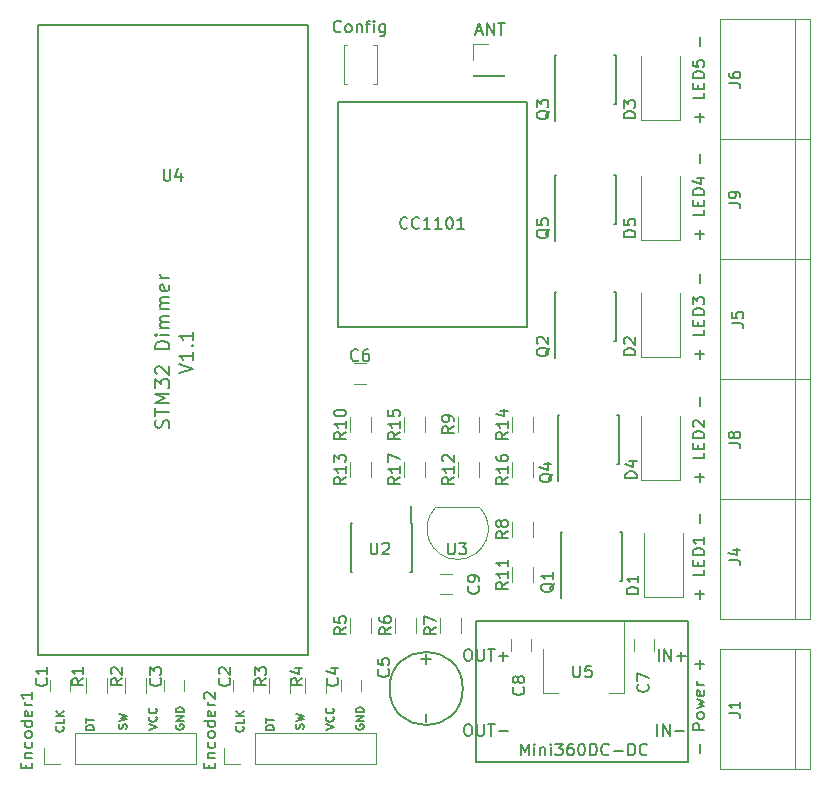
<source format=gto>
G04 #@! TF.FileFunction,Legend,Top*
%FSLAX46Y46*%
G04 Gerber Fmt 4.6, Leading zero omitted, Abs format (unit mm)*
G04 Created by KiCad (PCBNEW 4.0.7) date 08/30/18 09:04:44*
%MOMM*%
%LPD*%
G01*
G04 APERTURE LIST*
%ADD10C,0.100000*%
%ADD11C,0.150000*%
%ADD12C,0.200000*%
%ADD13C,0.120000*%
G04 APERTURE END LIST*
D10*
D11*
X190658952Y-121880381D02*
X190849429Y-121880381D01*
X190944667Y-121928000D01*
X191039905Y-122023238D01*
X191087524Y-122213714D01*
X191087524Y-122547048D01*
X191039905Y-122737524D01*
X190944667Y-122832762D01*
X190849429Y-122880381D01*
X190658952Y-122880381D01*
X190563714Y-122832762D01*
X190468476Y-122737524D01*
X190420857Y-122547048D01*
X190420857Y-122213714D01*
X190468476Y-122023238D01*
X190563714Y-121928000D01*
X190658952Y-121880381D01*
X191516095Y-121880381D02*
X191516095Y-122689905D01*
X191563714Y-122785143D01*
X191611333Y-122832762D01*
X191706571Y-122880381D01*
X191897048Y-122880381D01*
X191992286Y-122832762D01*
X192039905Y-122785143D01*
X192087524Y-122689905D01*
X192087524Y-121880381D01*
X192420857Y-121880381D02*
X192992286Y-121880381D01*
X192706571Y-122880381D02*
X192706571Y-121880381D01*
X193325619Y-122499429D02*
X194087524Y-122499429D01*
X193706572Y-122880381D02*
X193706572Y-122118476D01*
X190658952Y-128230381D02*
X190849429Y-128230381D01*
X190944667Y-128278000D01*
X191039905Y-128373238D01*
X191087524Y-128563714D01*
X191087524Y-128897048D01*
X191039905Y-129087524D01*
X190944667Y-129182762D01*
X190849429Y-129230381D01*
X190658952Y-129230381D01*
X190563714Y-129182762D01*
X190468476Y-129087524D01*
X190420857Y-128897048D01*
X190420857Y-128563714D01*
X190468476Y-128373238D01*
X190563714Y-128278000D01*
X190658952Y-128230381D01*
X191516095Y-128230381D02*
X191516095Y-129039905D01*
X191563714Y-129135143D01*
X191611333Y-129182762D01*
X191706571Y-129230381D01*
X191897048Y-129230381D01*
X191992286Y-129182762D01*
X192039905Y-129135143D01*
X192087524Y-129039905D01*
X192087524Y-128230381D01*
X192420857Y-128230381D02*
X192992286Y-128230381D01*
X192706571Y-129230381D02*
X192706571Y-128230381D01*
X193325619Y-128849429D02*
X194087524Y-128849429D01*
X206756143Y-129230381D02*
X206756143Y-128230381D01*
X207232333Y-129230381D02*
X207232333Y-128230381D01*
X207803762Y-129230381D01*
X207803762Y-128230381D01*
X208279952Y-128849429D02*
X209041857Y-128849429D01*
X206883143Y-122880381D02*
X206883143Y-121880381D01*
X207359333Y-122880381D02*
X207359333Y-121880381D01*
X207930762Y-122880381D01*
X207930762Y-121880381D01*
X208406952Y-122499429D02*
X209168857Y-122499429D01*
X208787905Y-122880381D02*
X208787905Y-122118476D01*
D12*
X165411214Y-103167643D02*
X165468357Y-102996214D01*
X165468357Y-102710500D01*
X165411214Y-102596214D01*
X165354071Y-102539071D01*
X165239786Y-102481928D01*
X165125500Y-102481928D01*
X165011214Y-102539071D01*
X164954071Y-102596214D01*
X164896929Y-102710500D01*
X164839786Y-102939071D01*
X164782643Y-103053357D01*
X164725500Y-103110500D01*
X164611214Y-103167643D01*
X164496929Y-103167643D01*
X164382643Y-103110500D01*
X164325500Y-103053357D01*
X164268357Y-102939071D01*
X164268357Y-102653357D01*
X164325500Y-102481928D01*
X164268357Y-102139071D02*
X164268357Y-101453357D01*
X165468357Y-101796214D02*
X164268357Y-101796214D01*
X165468357Y-101053357D02*
X164268357Y-101053357D01*
X165125500Y-100653357D01*
X164268357Y-100253357D01*
X165468357Y-100253357D01*
X164268357Y-99796213D02*
X164268357Y-99053356D01*
X164725500Y-99453356D01*
X164725500Y-99281928D01*
X164782643Y-99167642D01*
X164839786Y-99110499D01*
X164954071Y-99053356D01*
X165239786Y-99053356D01*
X165354071Y-99110499D01*
X165411214Y-99167642D01*
X165468357Y-99281928D01*
X165468357Y-99624785D01*
X165411214Y-99739071D01*
X165354071Y-99796213D01*
X164382643Y-98596214D02*
X164325500Y-98539071D01*
X164268357Y-98424785D01*
X164268357Y-98139071D01*
X164325500Y-98024785D01*
X164382643Y-97967642D01*
X164496929Y-97910499D01*
X164611214Y-97910499D01*
X164782643Y-97967642D01*
X165468357Y-98653356D01*
X165468357Y-97910499D01*
X165468357Y-96481928D02*
X164268357Y-96481928D01*
X164268357Y-96196213D01*
X164325500Y-96024785D01*
X164439786Y-95910499D01*
X164554071Y-95853356D01*
X164782643Y-95796213D01*
X164954071Y-95796213D01*
X165182643Y-95853356D01*
X165296929Y-95910499D01*
X165411214Y-96024785D01*
X165468357Y-96196213D01*
X165468357Y-96481928D01*
X165468357Y-95281928D02*
X164668357Y-95281928D01*
X164268357Y-95281928D02*
X164325500Y-95339071D01*
X164382643Y-95281928D01*
X164325500Y-95224785D01*
X164268357Y-95281928D01*
X164382643Y-95281928D01*
X165468357Y-94710499D02*
X164668357Y-94710499D01*
X164782643Y-94710499D02*
X164725500Y-94653356D01*
X164668357Y-94539070D01*
X164668357Y-94367642D01*
X164725500Y-94253356D01*
X164839786Y-94196213D01*
X165468357Y-94196213D01*
X164839786Y-94196213D02*
X164725500Y-94139070D01*
X164668357Y-94024784D01*
X164668357Y-93853356D01*
X164725500Y-93739070D01*
X164839786Y-93681927D01*
X165468357Y-93681927D01*
X165468357Y-93110499D02*
X164668357Y-93110499D01*
X164782643Y-93110499D02*
X164725500Y-93053356D01*
X164668357Y-92939070D01*
X164668357Y-92767642D01*
X164725500Y-92653356D01*
X164839786Y-92596213D01*
X165468357Y-92596213D01*
X164839786Y-92596213D02*
X164725500Y-92539070D01*
X164668357Y-92424784D01*
X164668357Y-92253356D01*
X164725500Y-92139070D01*
X164839786Y-92081927D01*
X165468357Y-92081927D01*
X165411214Y-91053356D02*
X165468357Y-91167642D01*
X165468357Y-91396213D01*
X165411214Y-91510499D01*
X165296929Y-91567642D01*
X164839786Y-91567642D01*
X164725500Y-91510499D01*
X164668357Y-91396213D01*
X164668357Y-91167642D01*
X164725500Y-91053356D01*
X164839786Y-90996213D01*
X164954071Y-90996213D01*
X165068357Y-91567642D01*
X165468357Y-90481928D02*
X164668357Y-90481928D01*
X164896929Y-90481928D02*
X164782643Y-90424785D01*
X164725500Y-90367642D01*
X164668357Y-90253356D01*
X164668357Y-90139071D01*
X166268357Y-98539071D02*
X167468357Y-98139071D01*
X166268357Y-97739071D01*
X167468357Y-96710500D02*
X167468357Y-97396215D01*
X167468357Y-97053357D02*
X166268357Y-97053357D01*
X166439786Y-97167643D01*
X166554071Y-97281929D01*
X166611214Y-97396215D01*
X167354071Y-96196215D02*
X167411214Y-96139072D01*
X167468357Y-96196215D01*
X167411214Y-96253358D01*
X167354071Y-96196215D01*
X167468357Y-96196215D01*
X167468357Y-94996214D02*
X167468357Y-95681929D01*
X167468357Y-95339071D02*
X166268357Y-95339071D01*
X166439786Y-95453357D01*
X166554071Y-95567643D01*
X166611214Y-95681929D01*
D11*
X181260000Y-128295333D02*
X181226667Y-128361999D01*
X181226667Y-128461999D01*
X181260000Y-128561999D01*
X181326667Y-128628666D01*
X181393333Y-128661999D01*
X181526667Y-128695333D01*
X181626667Y-128695333D01*
X181760000Y-128661999D01*
X181826667Y-128628666D01*
X181893333Y-128561999D01*
X181926667Y-128461999D01*
X181926667Y-128395333D01*
X181893333Y-128295333D01*
X181860000Y-128261999D01*
X181626667Y-128261999D01*
X181626667Y-128395333D01*
X181926667Y-127961999D02*
X181226667Y-127961999D01*
X181926667Y-127561999D01*
X181226667Y-127561999D01*
X181926667Y-127228666D02*
X181226667Y-127228666D01*
X181226667Y-127062000D01*
X181260000Y-126962000D01*
X181326667Y-126895333D01*
X181393333Y-126862000D01*
X181526667Y-126828666D01*
X181626667Y-126828666D01*
X181760000Y-126862000D01*
X181826667Y-126895333D01*
X181893333Y-126962000D01*
X181926667Y-127062000D01*
X181926667Y-127228666D01*
X178686667Y-128695333D02*
X179386667Y-128462000D01*
X178686667Y-128228667D01*
X179320000Y-127595333D02*
X179353333Y-127628667D01*
X179386667Y-127728667D01*
X179386667Y-127795333D01*
X179353333Y-127895333D01*
X179286667Y-127962000D01*
X179220000Y-127995333D01*
X179086667Y-128028667D01*
X178986667Y-128028667D01*
X178853333Y-127995333D01*
X178786667Y-127962000D01*
X178720000Y-127895333D01*
X178686667Y-127795333D01*
X178686667Y-127728667D01*
X178720000Y-127628667D01*
X178753333Y-127595333D01*
X179320000Y-126895333D02*
X179353333Y-126928667D01*
X179386667Y-127028667D01*
X179386667Y-127095333D01*
X179353333Y-127195333D01*
X179286667Y-127262000D01*
X179220000Y-127295333D01*
X179086667Y-127328667D01*
X178986667Y-127328667D01*
X178853333Y-127295333D01*
X178786667Y-127262000D01*
X178720000Y-127195333D01*
X178686667Y-127095333D01*
X178686667Y-127028667D01*
X178720000Y-126928667D01*
X178753333Y-126895333D01*
X176813333Y-128616000D02*
X176846667Y-128516000D01*
X176846667Y-128349333D01*
X176813333Y-128282666D01*
X176780000Y-128249333D01*
X176713333Y-128216000D01*
X176646667Y-128216000D01*
X176580000Y-128249333D01*
X176546667Y-128282666D01*
X176513333Y-128349333D01*
X176480000Y-128482666D01*
X176446667Y-128549333D01*
X176413333Y-128582666D01*
X176346667Y-128616000D01*
X176280000Y-128616000D01*
X176213333Y-128582666D01*
X176180000Y-128549333D01*
X176146667Y-128482666D01*
X176146667Y-128316000D01*
X176180000Y-128216000D01*
X176146667Y-127982666D02*
X176846667Y-127815999D01*
X176346667Y-127682666D01*
X176846667Y-127549333D01*
X176146667Y-127382666D01*
X174306667Y-128719999D02*
X173606667Y-128719999D01*
X173606667Y-128553333D01*
X173640000Y-128453333D01*
X173706667Y-128386666D01*
X173773333Y-128353333D01*
X173906667Y-128319999D01*
X174006667Y-128319999D01*
X174140000Y-128353333D01*
X174206667Y-128386666D01*
X174273333Y-128453333D01*
X174306667Y-128553333D01*
X174306667Y-128719999D01*
X173606667Y-128119999D02*
X173606667Y-127719999D01*
X174306667Y-127919999D02*
X173606667Y-127919999D01*
X171700000Y-128432666D02*
X171733333Y-128466000D01*
X171766667Y-128566000D01*
X171766667Y-128632666D01*
X171733333Y-128732666D01*
X171666667Y-128799333D01*
X171600000Y-128832666D01*
X171466667Y-128866000D01*
X171366667Y-128866000D01*
X171233333Y-128832666D01*
X171166667Y-128799333D01*
X171100000Y-128732666D01*
X171066667Y-128632666D01*
X171066667Y-128566000D01*
X171100000Y-128466000D01*
X171133333Y-128432666D01*
X171766667Y-127799333D02*
X171766667Y-128132666D01*
X171066667Y-128132666D01*
X171766667Y-127565999D02*
X171066667Y-127565999D01*
X171766667Y-127165999D02*
X171366667Y-127465999D01*
X171066667Y-127165999D02*
X171466667Y-127565999D01*
X156460000Y-128432666D02*
X156493333Y-128466000D01*
X156526667Y-128566000D01*
X156526667Y-128632666D01*
X156493333Y-128732666D01*
X156426667Y-128799333D01*
X156360000Y-128832666D01*
X156226667Y-128866000D01*
X156126667Y-128866000D01*
X155993333Y-128832666D01*
X155926667Y-128799333D01*
X155860000Y-128732666D01*
X155826667Y-128632666D01*
X155826667Y-128566000D01*
X155860000Y-128466000D01*
X155893333Y-128432666D01*
X156526667Y-127799333D02*
X156526667Y-128132666D01*
X155826667Y-128132666D01*
X156526667Y-127565999D02*
X155826667Y-127565999D01*
X156526667Y-127165999D02*
X156126667Y-127465999D01*
X155826667Y-127165999D02*
X156226667Y-127565999D01*
X159066667Y-128719999D02*
X158366667Y-128719999D01*
X158366667Y-128553333D01*
X158400000Y-128453333D01*
X158466667Y-128386666D01*
X158533333Y-128353333D01*
X158666667Y-128319999D01*
X158766667Y-128319999D01*
X158900000Y-128353333D01*
X158966667Y-128386666D01*
X159033333Y-128453333D01*
X159066667Y-128553333D01*
X159066667Y-128719999D01*
X158366667Y-128119999D02*
X158366667Y-127719999D01*
X159066667Y-127919999D02*
X158366667Y-127919999D01*
X161827333Y-128616000D02*
X161860667Y-128516000D01*
X161860667Y-128349333D01*
X161827333Y-128282666D01*
X161794000Y-128249333D01*
X161727333Y-128216000D01*
X161660667Y-128216000D01*
X161594000Y-128249333D01*
X161560667Y-128282666D01*
X161527333Y-128349333D01*
X161494000Y-128482666D01*
X161460667Y-128549333D01*
X161427333Y-128582666D01*
X161360667Y-128616000D01*
X161294000Y-128616000D01*
X161227333Y-128582666D01*
X161194000Y-128549333D01*
X161160667Y-128482666D01*
X161160667Y-128316000D01*
X161194000Y-128216000D01*
X161160667Y-127982666D02*
X161860667Y-127815999D01*
X161360667Y-127682666D01*
X161860667Y-127549333D01*
X161160667Y-127382666D01*
X163700667Y-128695333D02*
X164400667Y-128462000D01*
X163700667Y-128228667D01*
X164334000Y-127595333D02*
X164367333Y-127628667D01*
X164400667Y-127728667D01*
X164400667Y-127795333D01*
X164367333Y-127895333D01*
X164300667Y-127962000D01*
X164234000Y-127995333D01*
X164100667Y-128028667D01*
X164000667Y-128028667D01*
X163867333Y-127995333D01*
X163800667Y-127962000D01*
X163734000Y-127895333D01*
X163700667Y-127795333D01*
X163700667Y-127728667D01*
X163734000Y-127628667D01*
X163767333Y-127595333D01*
X164334000Y-126895333D02*
X164367333Y-126928667D01*
X164400667Y-127028667D01*
X164400667Y-127095333D01*
X164367333Y-127195333D01*
X164300667Y-127262000D01*
X164234000Y-127295333D01*
X164100667Y-127328667D01*
X164000667Y-127328667D01*
X163867333Y-127295333D01*
X163800667Y-127262000D01*
X163734000Y-127195333D01*
X163700667Y-127095333D01*
X163700667Y-127028667D01*
X163734000Y-126928667D01*
X163767333Y-126895333D01*
X166020000Y-128295333D02*
X165986667Y-128361999D01*
X165986667Y-128461999D01*
X166020000Y-128561999D01*
X166086667Y-128628666D01*
X166153333Y-128661999D01*
X166286667Y-128695333D01*
X166386667Y-128695333D01*
X166520000Y-128661999D01*
X166586667Y-128628666D01*
X166653333Y-128561999D01*
X166686667Y-128461999D01*
X166686667Y-128395333D01*
X166653333Y-128295333D01*
X166620000Y-128261999D01*
X166386667Y-128261999D01*
X166386667Y-128395333D01*
X166686667Y-127961999D02*
X165986667Y-127961999D01*
X166686667Y-127561999D01*
X165986667Y-127561999D01*
X166686667Y-127228666D02*
X165986667Y-127228666D01*
X165986667Y-127062000D01*
X166020000Y-126962000D01*
X166086667Y-126895333D01*
X166153333Y-126862000D01*
X166286667Y-126828666D01*
X166386667Y-126828666D01*
X166520000Y-126862000D01*
X166586667Y-126895333D01*
X166653333Y-126962000D01*
X166686667Y-127062000D01*
X166686667Y-127228666D01*
X185963000Y-111209000D02*
X185913000Y-111209000D01*
X185963000Y-115359000D02*
X185818000Y-115359000D01*
X180813000Y-115359000D02*
X180958000Y-115359000D01*
X180813000Y-111209000D02*
X180958000Y-111209000D01*
X185963000Y-111209000D02*
X185963000Y-115359000D01*
X180813000Y-111209000D02*
X180813000Y-115359000D01*
X185913000Y-111209000D02*
X185913000Y-109809000D01*
X179706000Y-94582000D02*
X195706000Y-94582000D01*
X195706000Y-94582000D02*
X195706000Y-75582000D01*
X195706000Y-75582000D02*
X179706000Y-75582000D01*
X179706000Y-75582000D02*
X179706000Y-94582000D01*
D13*
X166712000Y-125468000D02*
X166712000Y-124468000D01*
X165012000Y-124468000D02*
X165012000Y-125468000D01*
X181698000Y-125468000D02*
X181698000Y-124468000D01*
X179998000Y-124468000D02*
X179998000Y-125468000D01*
X182110000Y-97702000D02*
X181110000Y-97702000D01*
X181110000Y-99402000D02*
X182110000Y-99402000D01*
X205614000Y-117446000D02*
X208914000Y-117446000D01*
X208914000Y-117446000D02*
X208914000Y-112046000D01*
X205614000Y-117446000D02*
X205614000Y-112046000D01*
X205360000Y-97126000D02*
X208660000Y-97126000D01*
X208660000Y-97126000D02*
X208660000Y-91726000D01*
X205360000Y-97126000D02*
X205360000Y-91726000D01*
X205360000Y-77060000D02*
X208660000Y-77060000D01*
X208660000Y-77060000D02*
X208660000Y-71660000D01*
X205360000Y-77060000D02*
X205360000Y-71660000D01*
X205360000Y-107540000D02*
X208660000Y-107540000D01*
X208660000Y-107540000D02*
X208660000Y-102140000D01*
X205360000Y-107540000D02*
X205360000Y-102140000D01*
X205360000Y-87220000D02*
X208660000Y-87220000D01*
X208660000Y-87220000D02*
X208660000Y-81820000D01*
X205360000Y-87220000D02*
X205360000Y-81820000D01*
X218440000Y-121920000D02*
X218440000Y-132080000D01*
X219710000Y-121920000D02*
X212090000Y-121920000D01*
X212090000Y-121920000D02*
X212090000Y-132080000D01*
X212090000Y-132080000D02*
X219710000Y-132080000D01*
X219710000Y-132080000D02*
X219710000Y-121920000D01*
X167700000Y-131632000D02*
X167700000Y-128972000D01*
X157480000Y-131632000D02*
X167700000Y-131632000D01*
X157480000Y-128972000D02*
X167700000Y-128972000D01*
X157480000Y-131632000D02*
X157480000Y-128972000D01*
X156210000Y-131632000D02*
X154880000Y-131632000D01*
X154880000Y-131632000D02*
X154880000Y-130302000D01*
X182940000Y-131632000D02*
X182940000Y-128972000D01*
X172720000Y-131632000D02*
X182940000Y-131632000D01*
X172720000Y-128972000D02*
X182940000Y-128972000D01*
X172720000Y-131632000D02*
X172720000Y-128972000D01*
X171450000Y-131632000D02*
X170120000Y-131632000D01*
X170120000Y-131632000D02*
X170120000Y-130302000D01*
X218440000Y-109220000D02*
X218440000Y-119380000D01*
X219710000Y-109220000D02*
X212090000Y-109220000D01*
X212090000Y-109220000D02*
X212090000Y-119380000D01*
X212090000Y-119380000D02*
X219710000Y-119380000D01*
X219710000Y-119380000D02*
X219710000Y-109220000D01*
X218440000Y-88900000D02*
X218440000Y-99060000D01*
X219710000Y-88900000D02*
X212090000Y-88900000D01*
X212090000Y-88900000D02*
X212090000Y-99060000D01*
X212090000Y-99060000D02*
X219710000Y-99060000D01*
X219710000Y-99060000D02*
X219710000Y-88900000D01*
X218440000Y-68580000D02*
X218440000Y-78740000D01*
X219710000Y-68580000D02*
X212090000Y-68580000D01*
X212090000Y-68580000D02*
X212090000Y-78740000D01*
X212090000Y-78740000D02*
X219710000Y-78740000D01*
X219710000Y-78740000D02*
X219710000Y-68580000D01*
X191138500Y-73339000D02*
X193798500Y-73339000D01*
X191138500Y-73279000D02*
X191138500Y-73339000D01*
X193798500Y-73279000D02*
X193798500Y-73339000D01*
X191138500Y-73279000D02*
X193798500Y-73279000D01*
X191138500Y-72009000D02*
X191138500Y-70679000D01*
X191138500Y-70679000D02*
X192468500Y-70679000D01*
X218440000Y-99060000D02*
X218440000Y-109220000D01*
X219710000Y-99060000D02*
X212090000Y-99060000D01*
X212090000Y-99060000D02*
X212090000Y-109220000D01*
X212090000Y-109220000D02*
X219710000Y-109220000D01*
X219710000Y-109220000D02*
X219710000Y-99060000D01*
X218440000Y-78740000D02*
X218440000Y-88900000D01*
X219710000Y-78740000D02*
X212090000Y-78740000D01*
X212090000Y-78740000D02*
X212090000Y-88900000D01*
X212090000Y-88900000D02*
X219710000Y-88900000D01*
X219710000Y-88900000D02*
X219710000Y-78740000D01*
D11*
X198593000Y-116121000D02*
X198643000Y-116121000D01*
X198593000Y-111971000D02*
X198738000Y-111971000D01*
X203743000Y-111971000D02*
X203598000Y-111971000D01*
X203743000Y-116121000D02*
X203598000Y-116121000D01*
X198593000Y-116121000D02*
X198593000Y-111971000D01*
X203743000Y-116121000D02*
X203743000Y-111971000D01*
X198643000Y-116121000D02*
X198643000Y-117521000D01*
X198085000Y-95801000D02*
X198135000Y-95801000D01*
X198085000Y-91651000D02*
X198230000Y-91651000D01*
X203235000Y-91651000D02*
X203090000Y-91651000D01*
X203235000Y-95801000D02*
X203090000Y-95801000D01*
X198085000Y-95801000D02*
X198085000Y-91651000D01*
X203235000Y-95801000D02*
X203235000Y-91651000D01*
X198135000Y-95801000D02*
X198135000Y-97201000D01*
X198085000Y-75735000D02*
X198135000Y-75735000D01*
X198085000Y-71585000D02*
X198230000Y-71585000D01*
X203235000Y-71585000D02*
X203090000Y-71585000D01*
X203235000Y-75735000D02*
X203090000Y-75735000D01*
X198085000Y-75735000D02*
X198085000Y-71585000D01*
X203235000Y-75735000D02*
X203235000Y-71585000D01*
X198135000Y-75735000D02*
X198135000Y-77135000D01*
X198339000Y-106215000D02*
X198389000Y-106215000D01*
X198339000Y-102065000D02*
X198484000Y-102065000D01*
X203489000Y-102065000D02*
X203344000Y-102065000D01*
X203489000Y-106215000D02*
X203344000Y-106215000D01*
X198339000Y-106215000D02*
X198339000Y-102065000D01*
X203489000Y-106215000D02*
X203489000Y-102065000D01*
X198389000Y-106215000D02*
X198389000Y-107615000D01*
X198085000Y-85895000D02*
X198135000Y-85895000D01*
X198085000Y-81745000D02*
X198230000Y-81745000D01*
X203235000Y-81745000D02*
X203090000Y-81745000D01*
X203235000Y-85895000D02*
X203090000Y-85895000D01*
X198085000Y-85895000D02*
X198085000Y-81745000D01*
X203235000Y-85895000D02*
X203235000Y-81745000D01*
X198135000Y-85895000D02*
X198135000Y-87295000D01*
D13*
X158378000Y-125568000D02*
X158378000Y-124368000D01*
X160138000Y-124368000D02*
X160138000Y-125568000D01*
X161680000Y-125568000D02*
X161680000Y-124368000D01*
X163440000Y-124368000D02*
X163440000Y-125568000D01*
X176920000Y-125568000D02*
X176920000Y-124368000D01*
X178680000Y-124368000D02*
X178680000Y-125568000D01*
X182490000Y-119288000D02*
X182490000Y-120488000D01*
X180730000Y-120488000D02*
X180730000Y-119288000D01*
X196206000Y-111160000D02*
X196206000Y-112360000D01*
X194446000Y-112360000D02*
X194446000Y-111160000D01*
X191634000Y-102270000D02*
X191634000Y-103470000D01*
X189874000Y-103470000D02*
X189874000Y-102270000D01*
X182490000Y-102270000D02*
X182490000Y-103470000D01*
X180730000Y-103470000D02*
X180730000Y-102270000D01*
X196206000Y-114970000D02*
X196206000Y-116170000D01*
X194446000Y-116170000D02*
X194446000Y-114970000D01*
X191634000Y-106080000D02*
X191634000Y-107280000D01*
X189874000Y-107280000D02*
X189874000Y-106080000D01*
X182490000Y-106080000D02*
X182490000Y-107280000D01*
X180730000Y-107280000D02*
X180730000Y-106080000D01*
X196206000Y-102270000D02*
X196206000Y-103470000D01*
X194446000Y-103470000D02*
X194446000Y-102270000D01*
X187062000Y-102270000D02*
X187062000Y-103470000D01*
X185302000Y-103470000D02*
X185302000Y-102270000D01*
X196206000Y-106080000D02*
X196206000Y-107280000D01*
X194446000Y-107280000D02*
X194446000Y-106080000D01*
X187062000Y-106080000D02*
X187062000Y-107280000D01*
X185302000Y-107280000D02*
X185302000Y-106080000D01*
X182710000Y-74040000D02*
X183010000Y-74040000D01*
X183010000Y-74040000D02*
X183010000Y-70740000D01*
X183010000Y-70740000D02*
X182710000Y-70740000D01*
X180510000Y-74040000D02*
X180210000Y-74040000D01*
X180210000Y-74040000D02*
X180210000Y-70740000D01*
X180210000Y-70740000D02*
X180510000Y-70740000D01*
X191665000Y-109846500D02*
X188065000Y-109846500D01*
X191703478Y-109858022D02*
G75*
G02X189865000Y-114296500I-1838478J-1838478D01*
G01*
X188026522Y-109858022D02*
G75*
G03X189865000Y-114296500I1838478J-1838478D01*
G01*
X155360000Y-124468000D02*
X155360000Y-125468000D01*
X157060000Y-125468000D02*
X157060000Y-124468000D01*
X170854000Y-124468000D02*
X170854000Y-125468000D01*
X172554000Y-125468000D02*
X172554000Y-124468000D01*
D11*
X187198000Y-127422000D02*
X187198000Y-128022000D01*
X186798000Y-122722000D02*
X187598000Y-122722000D01*
X187198000Y-123122000D02*
X187198000Y-122322000D01*
X190298000Y-125222000D02*
G75*
G03X190298000Y-125222000I-3100000J0D01*
G01*
D13*
X173872000Y-125568000D02*
X173872000Y-124368000D01*
X175632000Y-124368000D02*
X175632000Y-125568000D01*
X186300000Y-119288000D02*
X186300000Y-120488000D01*
X184540000Y-120488000D02*
X184540000Y-119288000D01*
X190110000Y-119288000D02*
X190110000Y-120488000D01*
X188350000Y-120488000D02*
X188350000Y-119288000D01*
D11*
X191406000Y-119476000D02*
X209406000Y-119476000D01*
X209406000Y-119476000D02*
X209406000Y-131476000D01*
X209406000Y-131476000D02*
X191406000Y-131476000D01*
X191406000Y-131476000D02*
X191406000Y-119476000D01*
D13*
X206463000Y-122039000D02*
X206463000Y-121039000D01*
X204763000Y-121039000D02*
X204763000Y-122039000D01*
X196049000Y-122039000D02*
X196049000Y-121039000D01*
X194349000Y-121039000D02*
X194349000Y-122039000D01*
X197123000Y-125608000D02*
X198383000Y-125608000D01*
X203943000Y-125608000D02*
X202683000Y-125608000D01*
X197123000Y-121848000D02*
X197123000Y-125608000D01*
X203943000Y-119598000D02*
X203943000Y-125608000D01*
D11*
X155575000Y-69088000D02*
X154305000Y-69088000D01*
X177165000Y-69088000D02*
X175895000Y-69088000D01*
X155575000Y-122428000D02*
X154305000Y-122428000D01*
X177165000Y-122428000D02*
X175895000Y-122428000D01*
X175895000Y-122428000D02*
X155575000Y-122428000D01*
X175895000Y-69088000D02*
X155575000Y-69088000D01*
X154305000Y-122428000D02*
X154305000Y-69088000D01*
X177165000Y-69088000D02*
X177165000Y-122428000D01*
D13*
X189349000Y-115545500D02*
X188349000Y-115545500D01*
X188349000Y-117245500D02*
X189349000Y-117245500D01*
D11*
X182499095Y-112863381D02*
X182499095Y-113672905D01*
X182546714Y-113768143D01*
X182594333Y-113815762D01*
X182689571Y-113863381D01*
X182880048Y-113863381D01*
X182975286Y-113815762D01*
X183022905Y-113768143D01*
X183070524Y-113672905D01*
X183070524Y-112863381D01*
X183499095Y-112958619D02*
X183546714Y-112911000D01*
X183641952Y-112863381D01*
X183880048Y-112863381D01*
X183975286Y-112911000D01*
X184022905Y-112958619D01*
X184070524Y-113053857D01*
X184070524Y-113149095D01*
X184022905Y-113291952D01*
X183451476Y-113863381D01*
X184070524Y-113863381D01*
X185610762Y-86209143D02*
X185563143Y-86256762D01*
X185420286Y-86304381D01*
X185325048Y-86304381D01*
X185182190Y-86256762D01*
X185086952Y-86161524D01*
X185039333Y-86066286D01*
X184991714Y-85875810D01*
X184991714Y-85732952D01*
X185039333Y-85542476D01*
X185086952Y-85447238D01*
X185182190Y-85352000D01*
X185325048Y-85304381D01*
X185420286Y-85304381D01*
X185563143Y-85352000D01*
X185610762Y-85399619D01*
X186610762Y-86209143D02*
X186563143Y-86256762D01*
X186420286Y-86304381D01*
X186325048Y-86304381D01*
X186182190Y-86256762D01*
X186086952Y-86161524D01*
X186039333Y-86066286D01*
X185991714Y-85875810D01*
X185991714Y-85732952D01*
X186039333Y-85542476D01*
X186086952Y-85447238D01*
X186182190Y-85352000D01*
X186325048Y-85304381D01*
X186420286Y-85304381D01*
X186563143Y-85352000D01*
X186610762Y-85399619D01*
X187563143Y-86304381D02*
X186991714Y-86304381D01*
X187277428Y-86304381D02*
X187277428Y-85304381D01*
X187182190Y-85447238D01*
X187086952Y-85542476D01*
X186991714Y-85590095D01*
X188515524Y-86304381D02*
X187944095Y-86304381D01*
X188229809Y-86304381D02*
X188229809Y-85304381D01*
X188134571Y-85447238D01*
X188039333Y-85542476D01*
X187944095Y-85590095D01*
X189134571Y-85304381D02*
X189229810Y-85304381D01*
X189325048Y-85352000D01*
X189372667Y-85399619D01*
X189420286Y-85494857D01*
X189467905Y-85685333D01*
X189467905Y-85923429D01*
X189420286Y-86113905D01*
X189372667Y-86209143D01*
X189325048Y-86256762D01*
X189229810Y-86304381D01*
X189134571Y-86304381D01*
X189039333Y-86256762D01*
X188991714Y-86209143D01*
X188944095Y-86113905D01*
X188896476Y-85923429D01*
X188896476Y-85685333D01*
X188944095Y-85494857D01*
X188991714Y-85399619D01*
X189039333Y-85352000D01*
X189134571Y-85304381D01*
X190420286Y-86304381D02*
X189848857Y-86304381D01*
X190134571Y-86304381D02*
X190134571Y-85304381D01*
X190039333Y-85447238D01*
X189944095Y-85542476D01*
X189848857Y-85590095D01*
X164695143Y-124372666D02*
X164742762Y-124420285D01*
X164790381Y-124563142D01*
X164790381Y-124658380D01*
X164742762Y-124801238D01*
X164647524Y-124896476D01*
X164552286Y-124944095D01*
X164361810Y-124991714D01*
X164218952Y-124991714D01*
X164028476Y-124944095D01*
X163933238Y-124896476D01*
X163838000Y-124801238D01*
X163790381Y-124658380D01*
X163790381Y-124563142D01*
X163838000Y-124420285D01*
X163885619Y-124372666D01*
X163790381Y-124039333D02*
X163790381Y-123420285D01*
X164171333Y-123753619D01*
X164171333Y-123610761D01*
X164218952Y-123515523D01*
X164266571Y-123467904D01*
X164361810Y-123420285D01*
X164599905Y-123420285D01*
X164695143Y-123467904D01*
X164742762Y-123515523D01*
X164790381Y-123610761D01*
X164790381Y-123896476D01*
X164742762Y-123991714D01*
X164695143Y-124039333D01*
X179681143Y-124372666D02*
X179728762Y-124420285D01*
X179776381Y-124563142D01*
X179776381Y-124658380D01*
X179728762Y-124801238D01*
X179633524Y-124896476D01*
X179538286Y-124944095D01*
X179347810Y-124991714D01*
X179204952Y-124991714D01*
X179014476Y-124944095D01*
X178919238Y-124896476D01*
X178824000Y-124801238D01*
X178776381Y-124658380D01*
X178776381Y-124563142D01*
X178824000Y-124420285D01*
X178871619Y-124372666D01*
X179109714Y-123515523D02*
X179776381Y-123515523D01*
X178728762Y-123753619D02*
X179443048Y-123991714D01*
X179443048Y-123372666D01*
X181443334Y-97409143D02*
X181395715Y-97456762D01*
X181252858Y-97504381D01*
X181157620Y-97504381D01*
X181014762Y-97456762D01*
X180919524Y-97361524D01*
X180871905Y-97266286D01*
X180824286Y-97075810D01*
X180824286Y-96932952D01*
X180871905Y-96742476D01*
X180919524Y-96647238D01*
X181014762Y-96552000D01*
X181157620Y-96504381D01*
X181252858Y-96504381D01*
X181395715Y-96552000D01*
X181443334Y-96599619D01*
X182300477Y-96504381D02*
X182110000Y-96504381D01*
X182014762Y-96552000D01*
X181967143Y-96599619D01*
X181871905Y-96742476D01*
X181824286Y-96932952D01*
X181824286Y-97313905D01*
X181871905Y-97409143D01*
X181919524Y-97456762D01*
X182014762Y-97504381D01*
X182205239Y-97504381D01*
X182300477Y-97456762D01*
X182348096Y-97409143D01*
X182395715Y-97313905D01*
X182395715Y-97075810D01*
X182348096Y-96980571D01*
X182300477Y-96932952D01*
X182205239Y-96885333D01*
X182014762Y-96885333D01*
X181919524Y-96932952D01*
X181871905Y-96980571D01*
X181824286Y-97075810D01*
X205176381Y-117197095D02*
X204176381Y-117197095D01*
X204176381Y-116959000D01*
X204224000Y-116816142D01*
X204319238Y-116720904D01*
X204414476Y-116673285D01*
X204604952Y-116625666D01*
X204747810Y-116625666D01*
X204938286Y-116673285D01*
X205033524Y-116720904D01*
X205128762Y-116816142D01*
X205176381Y-116959000D01*
X205176381Y-117197095D01*
X205176381Y-115673285D02*
X205176381Y-116244714D01*
X205176381Y-115959000D02*
X204176381Y-115959000D01*
X204319238Y-116054238D01*
X204414476Y-116149476D01*
X204462095Y-116244714D01*
X204922381Y-97004095D02*
X203922381Y-97004095D01*
X203922381Y-96766000D01*
X203970000Y-96623142D01*
X204065238Y-96527904D01*
X204160476Y-96480285D01*
X204350952Y-96432666D01*
X204493810Y-96432666D01*
X204684286Y-96480285D01*
X204779524Y-96527904D01*
X204874762Y-96623142D01*
X204922381Y-96766000D01*
X204922381Y-97004095D01*
X204017619Y-96051714D02*
X203970000Y-96004095D01*
X203922381Y-95908857D01*
X203922381Y-95670761D01*
X203970000Y-95575523D01*
X204017619Y-95527904D01*
X204112857Y-95480285D01*
X204208095Y-95480285D01*
X204350952Y-95527904D01*
X204922381Y-96099333D01*
X204922381Y-95480285D01*
X204922381Y-76938095D02*
X203922381Y-76938095D01*
X203922381Y-76700000D01*
X203970000Y-76557142D01*
X204065238Y-76461904D01*
X204160476Y-76414285D01*
X204350952Y-76366666D01*
X204493810Y-76366666D01*
X204684286Y-76414285D01*
X204779524Y-76461904D01*
X204874762Y-76557142D01*
X204922381Y-76700000D01*
X204922381Y-76938095D01*
X203922381Y-76033333D02*
X203922381Y-75414285D01*
X204303333Y-75747619D01*
X204303333Y-75604761D01*
X204350952Y-75509523D01*
X204398571Y-75461904D01*
X204493810Y-75414285D01*
X204731905Y-75414285D01*
X204827143Y-75461904D01*
X204874762Y-75509523D01*
X204922381Y-75604761D01*
X204922381Y-75890476D01*
X204874762Y-75985714D01*
X204827143Y-76033333D01*
X205049381Y-107418095D02*
X204049381Y-107418095D01*
X204049381Y-107180000D01*
X204097000Y-107037142D01*
X204192238Y-106941904D01*
X204287476Y-106894285D01*
X204477952Y-106846666D01*
X204620810Y-106846666D01*
X204811286Y-106894285D01*
X204906524Y-106941904D01*
X205001762Y-107037142D01*
X205049381Y-107180000D01*
X205049381Y-107418095D01*
X204382714Y-105989523D02*
X205049381Y-105989523D01*
X204001762Y-106227619D02*
X204716048Y-106465714D01*
X204716048Y-105846666D01*
X204922381Y-86971095D02*
X203922381Y-86971095D01*
X203922381Y-86733000D01*
X203970000Y-86590142D01*
X204065238Y-86494904D01*
X204160476Y-86447285D01*
X204350952Y-86399666D01*
X204493810Y-86399666D01*
X204684286Y-86447285D01*
X204779524Y-86494904D01*
X204874762Y-86590142D01*
X204922381Y-86733000D01*
X204922381Y-86971095D01*
X203922381Y-85494904D02*
X203922381Y-85971095D01*
X204398571Y-86018714D01*
X204350952Y-85971095D01*
X204303333Y-85875857D01*
X204303333Y-85637761D01*
X204350952Y-85542523D01*
X204398571Y-85494904D01*
X204493810Y-85447285D01*
X204731905Y-85447285D01*
X204827143Y-85494904D01*
X204874762Y-85542523D01*
X204922381Y-85637761D01*
X204922381Y-85875857D01*
X204874762Y-85971095D01*
X204827143Y-86018714D01*
X212812381Y-127333333D02*
X213526667Y-127333333D01*
X213669524Y-127380953D01*
X213764762Y-127476191D01*
X213812381Y-127619048D01*
X213812381Y-127714286D01*
X213812381Y-126333333D02*
X213812381Y-126904762D01*
X213812381Y-126619048D02*
X212812381Y-126619048D01*
X212955238Y-126714286D01*
X213050476Y-126809524D01*
X213098095Y-126904762D01*
X210383429Y-130722191D02*
X210383429Y-129960286D01*
X210764381Y-128722191D02*
X209764381Y-128722191D01*
X209764381Y-128341238D01*
X209812000Y-128246000D01*
X209859619Y-128198381D01*
X209954857Y-128150762D01*
X210097714Y-128150762D01*
X210192952Y-128198381D01*
X210240571Y-128246000D01*
X210288190Y-128341238D01*
X210288190Y-128722191D01*
X210764381Y-127579334D02*
X210716762Y-127674572D01*
X210669143Y-127722191D01*
X210573905Y-127769810D01*
X210288190Y-127769810D01*
X210192952Y-127722191D01*
X210145333Y-127674572D01*
X210097714Y-127579334D01*
X210097714Y-127436476D01*
X210145333Y-127341238D01*
X210192952Y-127293619D01*
X210288190Y-127246000D01*
X210573905Y-127246000D01*
X210669143Y-127293619D01*
X210716762Y-127341238D01*
X210764381Y-127436476D01*
X210764381Y-127579334D01*
X210097714Y-126912667D02*
X210764381Y-126722191D01*
X210288190Y-126531714D01*
X210764381Y-126341238D01*
X210097714Y-126150762D01*
X210716762Y-125388857D02*
X210764381Y-125484095D01*
X210764381Y-125674572D01*
X210716762Y-125769810D01*
X210621524Y-125817429D01*
X210240571Y-125817429D01*
X210145333Y-125769810D01*
X210097714Y-125674572D01*
X210097714Y-125484095D01*
X210145333Y-125388857D01*
X210240571Y-125341238D01*
X210335810Y-125341238D01*
X210431048Y-125817429D01*
X210764381Y-124912667D02*
X210097714Y-124912667D01*
X210288190Y-124912667D02*
X210192952Y-124865048D01*
X210145333Y-124817429D01*
X210097714Y-124722191D01*
X210097714Y-124626952D01*
X210383429Y-123531714D02*
X210383429Y-122769809D01*
X210764381Y-123150761D02*
X210002476Y-123150761D01*
X153344571Y-131992286D02*
X153344571Y-131658952D01*
X153868381Y-131516095D02*
X153868381Y-131992286D01*
X152868381Y-131992286D01*
X152868381Y-131516095D01*
X153201714Y-131087524D02*
X153868381Y-131087524D01*
X153296952Y-131087524D02*
X153249333Y-131039905D01*
X153201714Y-130944667D01*
X153201714Y-130801809D01*
X153249333Y-130706571D01*
X153344571Y-130658952D01*
X153868381Y-130658952D01*
X153820762Y-129754190D02*
X153868381Y-129849428D01*
X153868381Y-130039905D01*
X153820762Y-130135143D01*
X153773143Y-130182762D01*
X153677905Y-130230381D01*
X153392190Y-130230381D01*
X153296952Y-130182762D01*
X153249333Y-130135143D01*
X153201714Y-130039905D01*
X153201714Y-129849428D01*
X153249333Y-129754190D01*
X153868381Y-129182762D02*
X153820762Y-129278000D01*
X153773143Y-129325619D01*
X153677905Y-129373238D01*
X153392190Y-129373238D01*
X153296952Y-129325619D01*
X153249333Y-129278000D01*
X153201714Y-129182762D01*
X153201714Y-129039904D01*
X153249333Y-128944666D01*
X153296952Y-128897047D01*
X153392190Y-128849428D01*
X153677905Y-128849428D01*
X153773143Y-128897047D01*
X153820762Y-128944666D01*
X153868381Y-129039904D01*
X153868381Y-129182762D01*
X153868381Y-127992285D02*
X152868381Y-127992285D01*
X153820762Y-127992285D02*
X153868381Y-128087523D01*
X153868381Y-128278000D01*
X153820762Y-128373238D01*
X153773143Y-128420857D01*
X153677905Y-128468476D01*
X153392190Y-128468476D01*
X153296952Y-128420857D01*
X153249333Y-128373238D01*
X153201714Y-128278000D01*
X153201714Y-128087523D01*
X153249333Y-127992285D01*
X153820762Y-127135142D02*
X153868381Y-127230380D01*
X153868381Y-127420857D01*
X153820762Y-127516095D01*
X153725524Y-127563714D01*
X153344571Y-127563714D01*
X153249333Y-127516095D01*
X153201714Y-127420857D01*
X153201714Y-127230380D01*
X153249333Y-127135142D01*
X153344571Y-127087523D01*
X153439810Y-127087523D01*
X153535048Y-127563714D01*
X153868381Y-126658952D02*
X153201714Y-126658952D01*
X153392190Y-126658952D02*
X153296952Y-126611333D01*
X153249333Y-126563714D01*
X153201714Y-126468476D01*
X153201714Y-126373237D01*
X153868381Y-125516094D02*
X153868381Y-126087523D01*
X153868381Y-125801809D02*
X152868381Y-125801809D01*
X153011238Y-125897047D01*
X153106476Y-125992285D01*
X153154095Y-126087523D01*
X168838571Y-131992286D02*
X168838571Y-131658952D01*
X169362381Y-131516095D02*
X169362381Y-131992286D01*
X168362381Y-131992286D01*
X168362381Y-131516095D01*
X168695714Y-131087524D02*
X169362381Y-131087524D01*
X168790952Y-131087524D02*
X168743333Y-131039905D01*
X168695714Y-130944667D01*
X168695714Y-130801809D01*
X168743333Y-130706571D01*
X168838571Y-130658952D01*
X169362381Y-130658952D01*
X169314762Y-129754190D02*
X169362381Y-129849428D01*
X169362381Y-130039905D01*
X169314762Y-130135143D01*
X169267143Y-130182762D01*
X169171905Y-130230381D01*
X168886190Y-130230381D01*
X168790952Y-130182762D01*
X168743333Y-130135143D01*
X168695714Y-130039905D01*
X168695714Y-129849428D01*
X168743333Y-129754190D01*
X169362381Y-129182762D02*
X169314762Y-129278000D01*
X169267143Y-129325619D01*
X169171905Y-129373238D01*
X168886190Y-129373238D01*
X168790952Y-129325619D01*
X168743333Y-129278000D01*
X168695714Y-129182762D01*
X168695714Y-129039904D01*
X168743333Y-128944666D01*
X168790952Y-128897047D01*
X168886190Y-128849428D01*
X169171905Y-128849428D01*
X169267143Y-128897047D01*
X169314762Y-128944666D01*
X169362381Y-129039904D01*
X169362381Y-129182762D01*
X169362381Y-127992285D02*
X168362381Y-127992285D01*
X169314762Y-127992285D02*
X169362381Y-128087523D01*
X169362381Y-128278000D01*
X169314762Y-128373238D01*
X169267143Y-128420857D01*
X169171905Y-128468476D01*
X168886190Y-128468476D01*
X168790952Y-128420857D01*
X168743333Y-128373238D01*
X168695714Y-128278000D01*
X168695714Y-128087523D01*
X168743333Y-127992285D01*
X169314762Y-127135142D02*
X169362381Y-127230380D01*
X169362381Y-127420857D01*
X169314762Y-127516095D01*
X169219524Y-127563714D01*
X168838571Y-127563714D01*
X168743333Y-127516095D01*
X168695714Y-127420857D01*
X168695714Y-127230380D01*
X168743333Y-127135142D01*
X168838571Y-127087523D01*
X168933810Y-127087523D01*
X169029048Y-127563714D01*
X169362381Y-126658952D02*
X168695714Y-126658952D01*
X168886190Y-126658952D02*
X168790952Y-126611333D01*
X168743333Y-126563714D01*
X168695714Y-126468476D01*
X168695714Y-126373237D01*
X168457619Y-126087523D02*
X168410000Y-126039904D01*
X168362381Y-125944666D01*
X168362381Y-125706570D01*
X168410000Y-125611332D01*
X168457619Y-125563713D01*
X168552857Y-125516094D01*
X168648095Y-125516094D01*
X168790952Y-125563713D01*
X169362381Y-126135142D01*
X169362381Y-125516094D01*
X212812381Y-114379333D02*
X213526667Y-114379333D01*
X213669524Y-114426953D01*
X213764762Y-114522191D01*
X213812381Y-114665048D01*
X213812381Y-114760286D01*
X213145714Y-113474571D02*
X213812381Y-113474571D01*
X212764762Y-113712667D02*
X213479048Y-113950762D01*
X213479048Y-113331714D01*
X210383429Y-117641238D02*
X210383429Y-116879333D01*
X210764381Y-117260285D02*
X210002476Y-117260285D01*
X210764381Y-115165047D02*
X210764381Y-115641238D01*
X209764381Y-115641238D01*
X210240571Y-114831714D02*
X210240571Y-114498380D01*
X210764381Y-114355523D02*
X210764381Y-114831714D01*
X209764381Y-114831714D01*
X209764381Y-114355523D01*
X210764381Y-113926952D02*
X209764381Y-113926952D01*
X209764381Y-113688857D01*
X209812000Y-113545999D01*
X209907238Y-113450761D01*
X210002476Y-113403142D01*
X210192952Y-113355523D01*
X210335810Y-113355523D01*
X210526286Y-113403142D01*
X210621524Y-113450761D01*
X210716762Y-113545999D01*
X210764381Y-113688857D01*
X210764381Y-113926952D01*
X210764381Y-112403142D02*
X210764381Y-112974571D01*
X210764381Y-112688857D02*
X209764381Y-112688857D01*
X209907238Y-112784095D01*
X210002476Y-112879333D01*
X210050095Y-112974571D01*
X210383429Y-111212666D02*
X210383429Y-110450761D01*
X213066381Y-94313333D02*
X213780667Y-94313333D01*
X213923524Y-94360953D01*
X214018762Y-94456191D01*
X214066381Y-94599048D01*
X214066381Y-94694286D01*
X213066381Y-93360952D02*
X213066381Y-93837143D01*
X213542571Y-93884762D01*
X213494952Y-93837143D01*
X213447333Y-93741905D01*
X213447333Y-93503809D01*
X213494952Y-93408571D01*
X213542571Y-93360952D01*
X213637810Y-93313333D01*
X213875905Y-93313333D01*
X213971143Y-93360952D01*
X214018762Y-93408571D01*
X214066381Y-93503809D01*
X214066381Y-93741905D01*
X214018762Y-93837143D01*
X213971143Y-93884762D01*
X210383429Y-97321238D02*
X210383429Y-96559333D01*
X210764381Y-96940285D02*
X210002476Y-96940285D01*
X210764381Y-94845047D02*
X210764381Y-95321238D01*
X209764381Y-95321238D01*
X210240571Y-94511714D02*
X210240571Y-94178380D01*
X210764381Y-94035523D02*
X210764381Y-94511714D01*
X209764381Y-94511714D01*
X209764381Y-94035523D01*
X210764381Y-93606952D02*
X209764381Y-93606952D01*
X209764381Y-93368857D01*
X209812000Y-93225999D01*
X209907238Y-93130761D01*
X210002476Y-93083142D01*
X210192952Y-93035523D01*
X210335810Y-93035523D01*
X210526286Y-93083142D01*
X210621524Y-93130761D01*
X210716762Y-93225999D01*
X210764381Y-93368857D01*
X210764381Y-93606952D01*
X209764381Y-92702190D02*
X209764381Y-92083142D01*
X210145333Y-92416476D01*
X210145333Y-92273618D01*
X210192952Y-92178380D01*
X210240571Y-92130761D01*
X210335810Y-92083142D01*
X210573905Y-92083142D01*
X210669143Y-92130761D01*
X210716762Y-92178380D01*
X210764381Y-92273618D01*
X210764381Y-92559333D01*
X210716762Y-92654571D01*
X210669143Y-92702190D01*
X210383429Y-90892666D02*
X210383429Y-90130761D01*
X212812381Y-73993333D02*
X213526667Y-73993333D01*
X213669524Y-74040953D01*
X213764762Y-74136191D01*
X213812381Y-74279048D01*
X213812381Y-74374286D01*
X212812381Y-73088571D02*
X212812381Y-73279048D01*
X212860000Y-73374286D01*
X212907619Y-73421905D01*
X213050476Y-73517143D01*
X213240952Y-73564762D01*
X213621905Y-73564762D01*
X213717143Y-73517143D01*
X213764762Y-73469524D01*
X213812381Y-73374286D01*
X213812381Y-73183809D01*
X213764762Y-73088571D01*
X213717143Y-73040952D01*
X213621905Y-72993333D01*
X213383810Y-72993333D01*
X213288571Y-73040952D01*
X213240952Y-73088571D01*
X213193333Y-73183809D01*
X213193333Y-73374286D01*
X213240952Y-73469524D01*
X213288571Y-73517143D01*
X213383810Y-73564762D01*
X210383429Y-77255238D02*
X210383429Y-76493333D01*
X210764381Y-76874285D02*
X210002476Y-76874285D01*
X210764381Y-74779047D02*
X210764381Y-75255238D01*
X209764381Y-75255238D01*
X210240571Y-74445714D02*
X210240571Y-74112380D01*
X210764381Y-73969523D02*
X210764381Y-74445714D01*
X209764381Y-74445714D01*
X209764381Y-73969523D01*
X210764381Y-73540952D02*
X209764381Y-73540952D01*
X209764381Y-73302857D01*
X209812000Y-73159999D01*
X209907238Y-73064761D01*
X210002476Y-73017142D01*
X210192952Y-72969523D01*
X210335810Y-72969523D01*
X210526286Y-73017142D01*
X210621524Y-73064761D01*
X210716762Y-73159999D01*
X210764381Y-73302857D01*
X210764381Y-73540952D01*
X209764381Y-72064761D02*
X209764381Y-72540952D01*
X210240571Y-72588571D01*
X210192952Y-72540952D01*
X210145333Y-72445714D01*
X210145333Y-72207618D01*
X210192952Y-72112380D01*
X210240571Y-72064761D01*
X210335810Y-72017142D01*
X210573905Y-72017142D01*
X210669143Y-72064761D01*
X210716762Y-72112380D01*
X210764381Y-72207618D01*
X210764381Y-72445714D01*
X210716762Y-72540952D01*
X210669143Y-72588571D01*
X210383429Y-70826666D02*
X210383429Y-70064761D01*
X191452643Y-69572167D02*
X191928834Y-69572167D01*
X191357405Y-69857881D02*
X191690738Y-68857881D01*
X192024072Y-69857881D01*
X192357405Y-69857881D02*
X192357405Y-68857881D01*
X192928834Y-69857881D01*
X192928834Y-68857881D01*
X193262167Y-68857881D02*
X193833596Y-68857881D01*
X193547881Y-69857881D02*
X193547881Y-68857881D01*
X212812381Y-104473333D02*
X213526667Y-104473333D01*
X213669524Y-104520953D01*
X213764762Y-104616191D01*
X213812381Y-104759048D01*
X213812381Y-104854286D01*
X213240952Y-103854286D02*
X213193333Y-103949524D01*
X213145714Y-103997143D01*
X213050476Y-104044762D01*
X213002857Y-104044762D01*
X212907619Y-103997143D01*
X212860000Y-103949524D01*
X212812381Y-103854286D01*
X212812381Y-103663809D01*
X212860000Y-103568571D01*
X212907619Y-103520952D01*
X213002857Y-103473333D01*
X213050476Y-103473333D01*
X213145714Y-103520952D01*
X213193333Y-103568571D01*
X213240952Y-103663809D01*
X213240952Y-103854286D01*
X213288571Y-103949524D01*
X213336190Y-103997143D01*
X213431429Y-104044762D01*
X213621905Y-104044762D01*
X213717143Y-103997143D01*
X213764762Y-103949524D01*
X213812381Y-103854286D01*
X213812381Y-103663809D01*
X213764762Y-103568571D01*
X213717143Y-103520952D01*
X213621905Y-103473333D01*
X213431429Y-103473333D01*
X213336190Y-103520952D01*
X213288571Y-103568571D01*
X213240952Y-103663809D01*
X210383429Y-107735238D02*
X210383429Y-106973333D01*
X210764381Y-107354285D02*
X210002476Y-107354285D01*
X210764381Y-105259047D02*
X210764381Y-105735238D01*
X209764381Y-105735238D01*
X210240571Y-104925714D02*
X210240571Y-104592380D01*
X210764381Y-104449523D02*
X210764381Y-104925714D01*
X209764381Y-104925714D01*
X209764381Y-104449523D01*
X210764381Y-104020952D02*
X209764381Y-104020952D01*
X209764381Y-103782857D01*
X209812000Y-103639999D01*
X209907238Y-103544761D01*
X210002476Y-103497142D01*
X210192952Y-103449523D01*
X210335810Y-103449523D01*
X210526286Y-103497142D01*
X210621524Y-103544761D01*
X210716762Y-103639999D01*
X210764381Y-103782857D01*
X210764381Y-104020952D01*
X209859619Y-103068571D02*
X209812000Y-103020952D01*
X209764381Y-102925714D01*
X209764381Y-102687618D01*
X209812000Y-102592380D01*
X209859619Y-102544761D01*
X209954857Y-102497142D01*
X210050095Y-102497142D01*
X210192952Y-102544761D01*
X210764381Y-103116190D01*
X210764381Y-102497142D01*
X210383429Y-101306666D02*
X210383429Y-100544761D01*
X212812381Y-84153333D02*
X213526667Y-84153333D01*
X213669524Y-84200953D01*
X213764762Y-84296191D01*
X213812381Y-84439048D01*
X213812381Y-84534286D01*
X213812381Y-83629524D02*
X213812381Y-83439048D01*
X213764762Y-83343809D01*
X213717143Y-83296190D01*
X213574286Y-83200952D01*
X213383810Y-83153333D01*
X213002857Y-83153333D01*
X212907619Y-83200952D01*
X212860000Y-83248571D01*
X212812381Y-83343809D01*
X212812381Y-83534286D01*
X212860000Y-83629524D01*
X212907619Y-83677143D01*
X213002857Y-83724762D01*
X213240952Y-83724762D01*
X213336190Y-83677143D01*
X213383810Y-83629524D01*
X213431429Y-83534286D01*
X213431429Y-83343809D01*
X213383810Y-83248571D01*
X213336190Y-83200952D01*
X213240952Y-83153333D01*
X210383429Y-87161238D02*
X210383429Y-86399333D01*
X210764381Y-86780285D02*
X210002476Y-86780285D01*
X210764381Y-84685047D02*
X210764381Y-85161238D01*
X209764381Y-85161238D01*
X210240571Y-84351714D02*
X210240571Y-84018380D01*
X210764381Y-83875523D02*
X210764381Y-84351714D01*
X209764381Y-84351714D01*
X209764381Y-83875523D01*
X210764381Y-83446952D02*
X209764381Y-83446952D01*
X209764381Y-83208857D01*
X209812000Y-83065999D01*
X209907238Y-82970761D01*
X210002476Y-82923142D01*
X210192952Y-82875523D01*
X210335810Y-82875523D01*
X210526286Y-82923142D01*
X210621524Y-82970761D01*
X210716762Y-83065999D01*
X210764381Y-83208857D01*
X210764381Y-83446952D01*
X210097714Y-82018380D02*
X210764381Y-82018380D01*
X209716762Y-82256476D02*
X210431048Y-82494571D01*
X210431048Y-81875523D01*
X210383429Y-80732666D02*
X210383429Y-79970761D01*
X198032619Y-116300238D02*
X197985000Y-116395476D01*
X197889762Y-116490714D01*
X197746905Y-116633571D01*
X197699286Y-116728810D01*
X197699286Y-116824048D01*
X197937381Y-116776429D02*
X197889762Y-116871667D01*
X197794524Y-116966905D01*
X197604048Y-117014524D01*
X197270714Y-117014524D01*
X197080238Y-116966905D01*
X196985000Y-116871667D01*
X196937381Y-116776429D01*
X196937381Y-116585952D01*
X196985000Y-116490714D01*
X197080238Y-116395476D01*
X197270714Y-116347857D01*
X197604048Y-116347857D01*
X197794524Y-116395476D01*
X197889762Y-116490714D01*
X197937381Y-116585952D01*
X197937381Y-116776429D01*
X197937381Y-115395476D02*
X197937381Y-115966905D01*
X197937381Y-115681191D02*
X196937381Y-115681191D01*
X197080238Y-115776429D01*
X197175476Y-115871667D01*
X197223095Y-115966905D01*
X197651619Y-96361238D02*
X197604000Y-96456476D01*
X197508762Y-96551714D01*
X197365905Y-96694571D01*
X197318286Y-96789810D01*
X197318286Y-96885048D01*
X197556381Y-96837429D02*
X197508762Y-96932667D01*
X197413524Y-97027905D01*
X197223048Y-97075524D01*
X196889714Y-97075524D01*
X196699238Y-97027905D01*
X196604000Y-96932667D01*
X196556381Y-96837429D01*
X196556381Y-96646952D01*
X196604000Y-96551714D01*
X196699238Y-96456476D01*
X196889714Y-96408857D01*
X197223048Y-96408857D01*
X197413524Y-96456476D01*
X197508762Y-96551714D01*
X197556381Y-96646952D01*
X197556381Y-96837429D01*
X196651619Y-96027905D02*
X196604000Y-95980286D01*
X196556381Y-95885048D01*
X196556381Y-95646952D01*
X196604000Y-95551714D01*
X196651619Y-95504095D01*
X196746857Y-95456476D01*
X196842095Y-95456476D01*
X196984952Y-95504095D01*
X197556381Y-96075524D01*
X197556381Y-95456476D01*
X197651619Y-76295238D02*
X197604000Y-76390476D01*
X197508762Y-76485714D01*
X197365905Y-76628571D01*
X197318286Y-76723810D01*
X197318286Y-76819048D01*
X197556381Y-76771429D02*
X197508762Y-76866667D01*
X197413524Y-76961905D01*
X197223048Y-77009524D01*
X196889714Y-77009524D01*
X196699238Y-76961905D01*
X196604000Y-76866667D01*
X196556381Y-76771429D01*
X196556381Y-76580952D01*
X196604000Y-76485714D01*
X196699238Y-76390476D01*
X196889714Y-76342857D01*
X197223048Y-76342857D01*
X197413524Y-76390476D01*
X197508762Y-76485714D01*
X197556381Y-76580952D01*
X197556381Y-76771429D01*
X196556381Y-76009524D02*
X196556381Y-75390476D01*
X196937333Y-75723810D01*
X196937333Y-75580952D01*
X196984952Y-75485714D01*
X197032571Y-75438095D01*
X197127810Y-75390476D01*
X197365905Y-75390476D01*
X197461143Y-75438095D01*
X197508762Y-75485714D01*
X197556381Y-75580952D01*
X197556381Y-75866667D01*
X197508762Y-75961905D01*
X197461143Y-76009524D01*
X197905619Y-107029238D02*
X197858000Y-107124476D01*
X197762762Y-107219714D01*
X197619905Y-107362571D01*
X197572286Y-107457810D01*
X197572286Y-107553048D01*
X197810381Y-107505429D02*
X197762762Y-107600667D01*
X197667524Y-107695905D01*
X197477048Y-107743524D01*
X197143714Y-107743524D01*
X196953238Y-107695905D01*
X196858000Y-107600667D01*
X196810381Y-107505429D01*
X196810381Y-107314952D01*
X196858000Y-107219714D01*
X196953238Y-107124476D01*
X197143714Y-107076857D01*
X197477048Y-107076857D01*
X197667524Y-107124476D01*
X197762762Y-107219714D01*
X197810381Y-107314952D01*
X197810381Y-107505429D01*
X197143714Y-106219714D02*
X197810381Y-106219714D01*
X196762762Y-106457810D02*
X197477048Y-106695905D01*
X197477048Y-106076857D01*
X197651619Y-86328238D02*
X197604000Y-86423476D01*
X197508762Y-86518714D01*
X197365905Y-86661571D01*
X197318286Y-86756810D01*
X197318286Y-86852048D01*
X197556381Y-86804429D02*
X197508762Y-86899667D01*
X197413524Y-86994905D01*
X197223048Y-87042524D01*
X196889714Y-87042524D01*
X196699238Y-86994905D01*
X196604000Y-86899667D01*
X196556381Y-86804429D01*
X196556381Y-86613952D01*
X196604000Y-86518714D01*
X196699238Y-86423476D01*
X196889714Y-86375857D01*
X197223048Y-86375857D01*
X197413524Y-86423476D01*
X197508762Y-86518714D01*
X197556381Y-86613952D01*
X197556381Y-86804429D01*
X196556381Y-85471095D02*
X196556381Y-85947286D01*
X197032571Y-85994905D01*
X196984952Y-85947286D01*
X196937333Y-85852048D01*
X196937333Y-85613952D01*
X196984952Y-85518714D01*
X197032571Y-85471095D01*
X197127810Y-85423476D01*
X197365905Y-85423476D01*
X197461143Y-85471095D01*
X197508762Y-85518714D01*
X197556381Y-85613952D01*
X197556381Y-85852048D01*
X197508762Y-85947286D01*
X197461143Y-85994905D01*
X158186381Y-124372666D02*
X157710190Y-124706000D01*
X158186381Y-124944095D02*
X157186381Y-124944095D01*
X157186381Y-124563142D01*
X157234000Y-124467904D01*
X157281619Y-124420285D01*
X157376857Y-124372666D01*
X157519714Y-124372666D01*
X157614952Y-124420285D01*
X157662571Y-124467904D01*
X157710190Y-124563142D01*
X157710190Y-124944095D01*
X158186381Y-123420285D02*
X158186381Y-123991714D01*
X158186381Y-123706000D02*
X157186381Y-123706000D01*
X157329238Y-123801238D01*
X157424476Y-123896476D01*
X157472095Y-123991714D01*
X161488381Y-124372666D02*
X161012190Y-124706000D01*
X161488381Y-124944095D02*
X160488381Y-124944095D01*
X160488381Y-124563142D01*
X160536000Y-124467904D01*
X160583619Y-124420285D01*
X160678857Y-124372666D01*
X160821714Y-124372666D01*
X160916952Y-124420285D01*
X160964571Y-124467904D01*
X161012190Y-124563142D01*
X161012190Y-124944095D01*
X160583619Y-123991714D02*
X160536000Y-123944095D01*
X160488381Y-123848857D01*
X160488381Y-123610761D01*
X160536000Y-123515523D01*
X160583619Y-123467904D01*
X160678857Y-123420285D01*
X160774095Y-123420285D01*
X160916952Y-123467904D01*
X161488381Y-124039333D01*
X161488381Y-123420285D01*
X176728381Y-124372666D02*
X176252190Y-124706000D01*
X176728381Y-124944095D02*
X175728381Y-124944095D01*
X175728381Y-124563142D01*
X175776000Y-124467904D01*
X175823619Y-124420285D01*
X175918857Y-124372666D01*
X176061714Y-124372666D01*
X176156952Y-124420285D01*
X176204571Y-124467904D01*
X176252190Y-124563142D01*
X176252190Y-124944095D01*
X176061714Y-123515523D02*
X176728381Y-123515523D01*
X175680762Y-123753619D02*
X176395048Y-123991714D01*
X176395048Y-123372666D01*
X180412381Y-120054666D02*
X179936190Y-120388000D01*
X180412381Y-120626095D02*
X179412381Y-120626095D01*
X179412381Y-120245142D01*
X179460000Y-120149904D01*
X179507619Y-120102285D01*
X179602857Y-120054666D01*
X179745714Y-120054666D01*
X179840952Y-120102285D01*
X179888571Y-120149904D01*
X179936190Y-120245142D01*
X179936190Y-120626095D01*
X179412381Y-119149904D02*
X179412381Y-119626095D01*
X179888571Y-119673714D01*
X179840952Y-119626095D01*
X179793333Y-119530857D01*
X179793333Y-119292761D01*
X179840952Y-119197523D01*
X179888571Y-119149904D01*
X179983810Y-119102285D01*
X180221905Y-119102285D01*
X180317143Y-119149904D01*
X180364762Y-119197523D01*
X180412381Y-119292761D01*
X180412381Y-119530857D01*
X180364762Y-119626095D01*
X180317143Y-119673714D01*
X194128381Y-111926666D02*
X193652190Y-112260000D01*
X194128381Y-112498095D02*
X193128381Y-112498095D01*
X193128381Y-112117142D01*
X193176000Y-112021904D01*
X193223619Y-111974285D01*
X193318857Y-111926666D01*
X193461714Y-111926666D01*
X193556952Y-111974285D01*
X193604571Y-112021904D01*
X193652190Y-112117142D01*
X193652190Y-112498095D01*
X193556952Y-111355238D02*
X193509333Y-111450476D01*
X193461714Y-111498095D01*
X193366476Y-111545714D01*
X193318857Y-111545714D01*
X193223619Y-111498095D01*
X193176000Y-111450476D01*
X193128381Y-111355238D01*
X193128381Y-111164761D01*
X193176000Y-111069523D01*
X193223619Y-111021904D01*
X193318857Y-110974285D01*
X193366476Y-110974285D01*
X193461714Y-111021904D01*
X193509333Y-111069523D01*
X193556952Y-111164761D01*
X193556952Y-111355238D01*
X193604571Y-111450476D01*
X193652190Y-111498095D01*
X193747429Y-111545714D01*
X193937905Y-111545714D01*
X194033143Y-111498095D01*
X194080762Y-111450476D01*
X194128381Y-111355238D01*
X194128381Y-111164761D01*
X194080762Y-111069523D01*
X194033143Y-111021904D01*
X193937905Y-110974285D01*
X193747429Y-110974285D01*
X193652190Y-111021904D01*
X193604571Y-111069523D01*
X193556952Y-111164761D01*
X189556381Y-103036666D02*
X189080190Y-103370000D01*
X189556381Y-103608095D02*
X188556381Y-103608095D01*
X188556381Y-103227142D01*
X188604000Y-103131904D01*
X188651619Y-103084285D01*
X188746857Y-103036666D01*
X188889714Y-103036666D01*
X188984952Y-103084285D01*
X189032571Y-103131904D01*
X189080190Y-103227142D01*
X189080190Y-103608095D01*
X189556381Y-102560476D02*
X189556381Y-102370000D01*
X189508762Y-102274761D01*
X189461143Y-102227142D01*
X189318286Y-102131904D01*
X189127810Y-102084285D01*
X188746857Y-102084285D01*
X188651619Y-102131904D01*
X188604000Y-102179523D01*
X188556381Y-102274761D01*
X188556381Y-102465238D01*
X188604000Y-102560476D01*
X188651619Y-102608095D01*
X188746857Y-102655714D01*
X188984952Y-102655714D01*
X189080190Y-102608095D01*
X189127810Y-102560476D01*
X189175429Y-102465238D01*
X189175429Y-102274761D01*
X189127810Y-102179523D01*
X189080190Y-102131904D01*
X188984952Y-102084285D01*
X180412381Y-103512857D02*
X179936190Y-103846191D01*
X180412381Y-104084286D02*
X179412381Y-104084286D01*
X179412381Y-103703333D01*
X179460000Y-103608095D01*
X179507619Y-103560476D01*
X179602857Y-103512857D01*
X179745714Y-103512857D01*
X179840952Y-103560476D01*
X179888571Y-103608095D01*
X179936190Y-103703333D01*
X179936190Y-104084286D01*
X180412381Y-102560476D02*
X180412381Y-103131905D01*
X180412381Y-102846191D02*
X179412381Y-102846191D01*
X179555238Y-102941429D01*
X179650476Y-103036667D01*
X179698095Y-103131905D01*
X179412381Y-101941429D02*
X179412381Y-101846190D01*
X179460000Y-101750952D01*
X179507619Y-101703333D01*
X179602857Y-101655714D01*
X179793333Y-101608095D01*
X180031429Y-101608095D01*
X180221905Y-101655714D01*
X180317143Y-101703333D01*
X180364762Y-101750952D01*
X180412381Y-101846190D01*
X180412381Y-101941429D01*
X180364762Y-102036667D01*
X180317143Y-102084286D01*
X180221905Y-102131905D01*
X180031429Y-102179524D01*
X179793333Y-102179524D01*
X179602857Y-102131905D01*
X179507619Y-102084286D01*
X179460000Y-102036667D01*
X179412381Y-101941429D01*
X194128381Y-116212857D02*
X193652190Y-116546191D01*
X194128381Y-116784286D02*
X193128381Y-116784286D01*
X193128381Y-116403333D01*
X193176000Y-116308095D01*
X193223619Y-116260476D01*
X193318857Y-116212857D01*
X193461714Y-116212857D01*
X193556952Y-116260476D01*
X193604571Y-116308095D01*
X193652190Y-116403333D01*
X193652190Y-116784286D01*
X194128381Y-115260476D02*
X194128381Y-115831905D01*
X194128381Y-115546191D02*
X193128381Y-115546191D01*
X193271238Y-115641429D01*
X193366476Y-115736667D01*
X193414095Y-115831905D01*
X194128381Y-114308095D02*
X194128381Y-114879524D01*
X194128381Y-114593810D02*
X193128381Y-114593810D01*
X193271238Y-114689048D01*
X193366476Y-114784286D01*
X193414095Y-114879524D01*
X189556381Y-107322857D02*
X189080190Y-107656191D01*
X189556381Y-107894286D02*
X188556381Y-107894286D01*
X188556381Y-107513333D01*
X188604000Y-107418095D01*
X188651619Y-107370476D01*
X188746857Y-107322857D01*
X188889714Y-107322857D01*
X188984952Y-107370476D01*
X189032571Y-107418095D01*
X189080190Y-107513333D01*
X189080190Y-107894286D01*
X189556381Y-106370476D02*
X189556381Y-106941905D01*
X189556381Y-106656191D02*
X188556381Y-106656191D01*
X188699238Y-106751429D01*
X188794476Y-106846667D01*
X188842095Y-106941905D01*
X188651619Y-105989524D02*
X188604000Y-105941905D01*
X188556381Y-105846667D01*
X188556381Y-105608571D01*
X188604000Y-105513333D01*
X188651619Y-105465714D01*
X188746857Y-105418095D01*
X188842095Y-105418095D01*
X188984952Y-105465714D01*
X189556381Y-106037143D01*
X189556381Y-105418095D01*
X180412381Y-107322857D02*
X179936190Y-107656191D01*
X180412381Y-107894286D02*
X179412381Y-107894286D01*
X179412381Y-107513333D01*
X179460000Y-107418095D01*
X179507619Y-107370476D01*
X179602857Y-107322857D01*
X179745714Y-107322857D01*
X179840952Y-107370476D01*
X179888571Y-107418095D01*
X179936190Y-107513333D01*
X179936190Y-107894286D01*
X180412381Y-106370476D02*
X180412381Y-106941905D01*
X180412381Y-106656191D02*
X179412381Y-106656191D01*
X179555238Y-106751429D01*
X179650476Y-106846667D01*
X179698095Y-106941905D01*
X179412381Y-106037143D02*
X179412381Y-105418095D01*
X179793333Y-105751429D01*
X179793333Y-105608571D01*
X179840952Y-105513333D01*
X179888571Y-105465714D01*
X179983810Y-105418095D01*
X180221905Y-105418095D01*
X180317143Y-105465714D01*
X180364762Y-105513333D01*
X180412381Y-105608571D01*
X180412381Y-105894286D01*
X180364762Y-105989524D01*
X180317143Y-106037143D01*
X194128381Y-103512857D02*
X193652190Y-103846191D01*
X194128381Y-104084286D02*
X193128381Y-104084286D01*
X193128381Y-103703333D01*
X193176000Y-103608095D01*
X193223619Y-103560476D01*
X193318857Y-103512857D01*
X193461714Y-103512857D01*
X193556952Y-103560476D01*
X193604571Y-103608095D01*
X193652190Y-103703333D01*
X193652190Y-104084286D01*
X194128381Y-102560476D02*
X194128381Y-103131905D01*
X194128381Y-102846191D02*
X193128381Y-102846191D01*
X193271238Y-102941429D01*
X193366476Y-103036667D01*
X193414095Y-103131905D01*
X193461714Y-101703333D02*
X194128381Y-101703333D01*
X193080762Y-101941429D02*
X193795048Y-102179524D01*
X193795048Y-101560476D01*
X184984381Y-103512857D02*
X184508190Y-103846191D01*
X184984381Y-104084286D02*
X183984381Y-104084286D01*
X183984381Y-103703333D01*
X184032000Y-103608095D01*
X184079619Y-103560476D01*
X184174857Y-103512857D01*
X184317714Y-103512857D01*
X184412952Y-103560476D01*
X184460571Y-103608095D01*
X184508190Y-103703333D01*
X184508190Y-104084286D01*
X184984381Y-102560476D02*
X184984381Y-103131905D01*
X184984381Y-102846191D02*
X183984381Y-102846191D01*
X184127238Y-102941429D01*
X184222476Y-103036667D01*
X184270095Y-103131905D01*
X183984381Y-101655714D02*
X183984381Y-102131905D01*
X184460571Y-102179524D01*
X184412952Y-102131905D01*
X184365333Y-102036667D01*
X184365333Y-101798571D01*
X184412952Y-101703333D01*
X184460571Y-101655714D01*
X184555810Y-101608095D01*
X184793905Y-101608095D01*
X184889143Y-101655714D01*
X184936762Y-101703333D01*
X184984381Y-101798571D01*
X184984381Y-102036667D01*
X184936762Y-102131905D01*
X184889143Y-102179524D01*
X194128381Y-107322857D02*
X193652190Y-107656191D01*
X194128381Y-107894286D02*
X193128381Y-107894286D01*
X193128381Y-107513333D01*
X193176000Y-107418095D01*
X193223619Y-107370476D01*
X193318857Y-107322857D01*
X193461714Y-107322857D01*
X193556952Y-107370476D01*
X193604571Y-107418095D01*
X193652190Y-107513333D01*
X193652190Y-107894286D01*
X194128381Y-106370476D02*
X194128381Y-106941905D01*
X194128381Y-106656191D02*
X193128381Y-106656191D01*
X193271238Y-106751429D01*
X193366476Y-106846667D01*
X193414095Y-106941905D01*
X193128381Y-105513333D02*
X193128381Y-105703810D01*
X193176000Y-105799048D01*
X193223619Y-105846667D01*
X193366476Y-105941905D01*
X193556952Y-105989524D01*
X193937905Y-105989524D01*
X194033143Y-105941905D01*
X194080762Y-105894286D01*
X194128381Y-105799048D01*
X194128381Y-105608571D01*
X194080762Y-105513333D01*
X194033143Y-105465714D01*
X193937905Y-105418095D01*
X193699810Y-105418095D01*
X193604571Y-105465714D01*
X193556952Y-105513333D01*
X193509333Y-105608571D01*
X193509333Y-105799048D01*
X193556952Y-105894286D01*
X193604571Y-105941905D01*
X193699810Y-105989524D01*
X184984381Y-107322857D02*
X184508190Y-107656191D01*
X184984381Y-107894286D02*
X183984381Y-107894286D01*
X183984381Y-107513333D01*
X184032000Y-107418095D01*
X184079619Y-107370476D01*
X184174857Y-107322857D01*
X184317714Y-107322857D01*
X184412952Y-107370476D01*
X184460571Y-107418095D01*
X184508190Y-107513333D01*
X184508190Y-107894286D01*
X184984381Y-106370476D02*
X184984381Y-106941905D01*
X184984381Y-106656191D02*
X183984381Y-106656191D01*
X184127238Y-106751429D01*
X184222476Y-106846667D01*
X184270095Y-106941905D01*
X183984381Y-106037143D02*
X183984381Y-105370476D01*
X184984381Y-105799048D01*
X179975072Y-69572143D02*
X179927453Y-69619762D01*
X179784596Y-69667381D01*
X179689358Y-69667381D01*
X179546500Y-69619762D01*
X179451262Y-69524524D01*
X179403643Y-69429286D01*
X179356024Y-69238810D01*
X179356024Y-69095952D01*
X179403643Y-68905476D01*
X179451262Y-68810238D01*
X179546500Y-68715000D01*
X179689358Y-68667381D01*
X179784596Y-68667381D01*
X179927453Y-68715000D01*
X179975072Y-68762619D01*
X180546500Y-69667381D02*
X180451262Y-69619762D01*
X180403643Y-69572143D01*
X180356024Y-69476905D01*
X180356024Y-69191190D01*
X180403643Y-69095952D01*
X180451262Y-69048333D01*
X180546500Y-69000714D01*
X180689358Y-69000714D01*
X180784596Y-69048333D01*
X180832215Y-69095952D01*
X180879834Y-69191190D01*
X180879834Y-69476905D01*
X180832215Y-69572143D01*
X180784596Y-69619762D01*
X180689358Y-69667381D01*
X180546500Y-69667381D01*
X181308405Y-69000714D02*
X181308405Y-69667381D01*
X181308405Y-69095952D02*
X181356024Y-69048333D01*
X181451262Y-69000714D01*
X181594120Y-69000714D01*
X181689358Y-69048333D01*
X181736977Y-69143571D01*
X181736977Y-69667381D01*
X182070310Y-69000714D02*
X182451262Y-69000714D01*
X182213167Y-69667381D02*
X182213167Y-68810238D01*
X182260786Y-68715000D01*
X182356024Y-68667381D01*
X182451262Y-68667381D01*
X182784596Y-69667381D02*
X182784596Y-69000714D01*
X182784596Y-68667381D02*
X182736977Y-68715000D01*
X182784596Y-68762619D01*
X182832215Y-68715000D01*
X182784596Y-68667381D01*
X182784596Y-68762619D01*
X183689358Y-69000714D02*
X183689358Y-69810238D01*
X183641739Y-69905476D01*
X183594120Y-69953095D01*
X183498881Y-70000714D01*
X183356024Y-70000714D01*
X183260786Y-69953095D01*
X183689358Y-69619762D02*
X183594120Y-69667381D01*
X183403643Y-69667381D01*
X183308405Y-69619762D01*
X183260786Y-69572143D01*
X183213167Y-69476905D01*
X183213167Y-69191190D01*
X183260786Y-69095952D01*
X183308405Y-69048333D01*
X183403643Y-69000714D01*
X183594120Y-69000714D01*
X183689358Y-69048333D01*
X189039595Y-112863381D02*
X189039595Y-113672905D01*
X189087214Y-113768143D01*
X189134833Y-113815762D01*
X189230071Y-113863381D01*
X189420548Y-113863381D01*
X189515786Y-113815762D01*
X189563405Y-113768143D01*
X189611024Y-113672905D01*
X189611024Y-112863381D01*
X189991976Y-112863381D02*
X190611024Y-112863381D01*
X190277690Y-113244333D01*
X190420548Y-113244333D01*
X190515786Y-113291952D01*
X190563405Y-113339571D01*
X190611024Y-113434810D01*
X190611024Y-113672905D01*
X190563405Y-113768143D01*
X190515786Y-113815762D01*
X190420548Y-113863381D01*
X190134833Y-113863381D01*
X190039595Y-113815762D01*
X189991976Y-113768143D01*
X155043143Y-124372666D02*
X155090762Y-124420285D01*
X155138381Y-124563142D01*
X155138381Y-124658380D01*
X155090762Y-124801238D01*
X154995524Y-124896476D01*
X154900286Y-124944095D01*
X154709810Y-124991714D01*
X154566952Y-124991714D01*
X154376476Y-124944095D01*
X154281238Y-124896476D01*
X154186000Y-124801238D01*
X154138381Y-124658380D01*
X154138381Y-124563142D01*
X154186000Y-124420285D01*
X154233619Y-124372666D01*
X155138381Y-123420285D02*
X155138381Y-123991714D01*
X155138381Y-123706000D02*
X154138381Y-123706000D01*
X154281238Y-123801238D01*
X154376476Y-123896476D01*
X154424095Y-123991714D01*
X170537143Y-124372666D02*
X170584762Y-124420285D01*
X170632381Y-124563142D01*
X170632381Y-124658380D01*
X170584762Y-124801238D01*
X170489524Y-124896476D01*
X170394286Y-124944095D01*
X170203810Y-124991714D01*
X170060952Y-124991714D01*
X169870476Y-124944095D01*
X169775238Y-124896476D01*
X169680000Y-124801238D01*
X169632381Y-124658380D01*
X169632381Y-124563142D01*
X169680000Y-124420285D01*
X169727619Y-124372666D01*
X169727619Y-123991714D02*
X169680000Y-123944095D01*
X169632381Y-123848857D01*
X169632381Y-123610761D01*
X169680000Y-123515523D01*
X169727619Y-123467904D01*
X169822857Y-123420285D01*
X169918095Y-123420285D01*
X170060952Y-123467904D01*
X170632381Y-124039333D01*
X170632381Y-123420285D01*
X183999143Y-123610666D02*
X184046762Y-123658285D01*
X184094381Y-123801142D01*
X184094381Y-123896380D01*
X184046762Y-124039238D01*
X183951524Y-124134476D01*
X183856286Y-124182095D01*
X183665810Y-124229714D01*
X183522952Y-124229714D01*
X183332476Y-124182095D01*
X183237238Y-124134476D01*
X183142000Y-124039238D01*
X183094381Y-123896380D01*
X183094381Y-123801142D01*
X183142000Y-123658285D01*
X183189619Y-123610666D01*
X183094381Y-122705904D02*
X183094381Y-123182095D01*
X183570571Y-123229714D01*
X183522952Y-123182095D01*
X183475333Y-123086857D01*
X183475333Y-122848761D01*
X183522952Y-122753523D01*
X183570571Y-122705904D01*
X183665810Y-122658285D01*
X183903905Y-122658285D01*
X183999143Y-122705904D01*
X184046762Y-122753523D01*
X184094381Y-122848761D01*
X184094381Y-123086857D01*
X184046762Y-123182095D01*
X183999143Y-123229714D01*
X173680381Y-124372666D02*
X173204190Y-124706000D01*
X173680381Y-124944095D02*
X172680381Y-124944095D01*
X172680381Y-124563142D01*
X172728000Y-124467904D01*
X172775619Y-124420285D01*
X172870857Y-124372666D01*
X173013714Y-124372666D01*
X173108952Y-124420285D01*
X173156571Y-124467904D01*
X173204190Y-124563142D01*
X173204190Y-124944095D01*
X172680381Y-124039333D02*
X172680381Y-123420285D01*
X173061333Y-123753619D01*
X173061333Y-123610761D01*
X173108952Y-123515523D01*
X173156571Y-123467904D01*
X173251810Y-123420285D01*
X173489905Y-123420285D01*
X173585143Y-123467904D01*
X173632762Y-123515523D01*
X173680381Y-123610761D01*
X173680381Y-123896476D01*
X173632762Y-123991714D01*
X173585143Y-124039333D01*
X184222381Y-120054666D02*
X183746190Y-120388000D01*
X184222381Y-120626095D02*
X183222381Y-120626095D01*
X183222381Y-120245142D01*
X183270000Y-120149904D01*
X183317619Y-120102285D01*
X183412857Y-120054666D01*
X183555714Y-120054666D01*
X183650952Y-120102285D01*
X183698571Y-120149904D01*
X183746190Y-120245142D01*
X183746190Y-120626095D01*
X183222381Y-119197523D02*
X183222381Y-119388000D01*
X183270000Y-119483238D01*
X183317619Y-119530857D01*
X183460476Y-119626095D01*
X183650952Y-119673714D01*
X184031905Y-119673714D01*
X184127143Y-119626095D01*
X184174762Y-119578476D01*
X184222381Y-119483238D01*
X184222381Y-119292761D01*
X184174762Y-119197523D01*
X184127143Y-119149904D01*
X184031905Y-119102285D01*
X183793810Y-119102285D01*
X183698571Y-119149904D01*
X183650952Y-119197523D01*
X183603333Y-119292761D01*
X183603333Y-119483238D01*
X183650952Y-119578476D01*
X183698571Y-119626095D01*
X183793810Y-119673714D01*
X188032381Y-120054666D02*
X187556190Y-120388000D01*
X188032381Y-120626095D02*
X187032381Y-120626095D01*
X187032381Y-120245142D01*
X187080000Y-120149904D01*
X187127619Y-120102285D01*
X187222857Y-120054666D01*
X187365714Y-120054666D01*
X187460952Y-120102285D01*
X187508571Y-120149904D01*
X187556190Y-120245142D01*
X187556190Y-120626095D01*
X187032381Y-119721333D02*
X187032381Y-119054666D01*
X188032381Y-119483238D01*
X195223477Y-130881381D02*
X195223477Y-129881381D01*
X195556811Y-130595667D01*
X195890144Y-129881381D01*
X195890144Y-130881381D01*
X196366334Y-130881381D02*
X196366334Y-130214714D01*
X196366334Y-129881381D02*
X196318715Y-129929000D01*
X196366334Y-129976619D01*
X196413953Y-129929000D01*
X196366334Y-129881381D01*
X196366334Y-129976619D01*
X196842524Y-130214714D02*
X196842524Y-130881381D01*
X196842524Y-130309952D02*
X196890143Y-130262333D01*
X196985381Y-130214714D01*
X197128239Y-130214714D01*
X197223477Y-130262333D01*
X197271096Y-130357571D01*
X197271096Y-130881381D01*
X197747286Y-130881381D02*
X197747286Y-130214714D01*
X197747286Y-129881381D02*
X197699667Y-129929000D01*
X197747286Y-129976619D01*
X197794905Y-129929000D01*
X197747286Y-129881381D01*
X197747286Y-129976619D01*
X198128238Y-129881381D02*
X198747286Y-129881381D01*
X198413952Y-130262333D01*
X198556810Y-130262333D01*
X198652048Y-130309952D01*
X198699667Y-130357571D01*
X198747286Y-130452810D01*
X198747286Y-130690905D01*
X198699667Y-130786143D01*
X198652048Y-130833762D01*
X198556810Y-130881381D01*
X198271095Y-130881381D01*
X198175857Y-130833762D01*
X198128238Y-130786143D01*
X199604429Y-129881381D02*
X199413952Y-129881381D01*
X199318714Y-129929000D01*
X199271095Y-129976619D01*
X199175857Y-130119476D01*
X199128238Y-130309952D01*
X199128238Y-130690905D01*
X199175857Y-130786143D01*
X199223476Y-130833762D01*
X199318714Y-130881381D01*
X199509191Y-130881381D01*
X199604429Y-130833762D01*
X199652048Y-130786143D01*
X199699667Y-130690905D01*
X199699667Y-130452810D01*
X199652048Y-130357571D01*
X199604429Y-130309952D01*
X199509191Y-130262333D01*
X199318714Y-130262333D01*
X199223476Y-130309952D01*
X199175857Y-130357571D01*
X199128238Y-130452810D01*
X200318714Y-129881381D02*
X200413953Y-129881381D01*
X200509191Y-129929000D01*
X200556810Y-129976619D01*
X200604429Y-130071857D01*
X200652048Y-130262333D01*
X200652048Y-130500429D01*
X200604429Y-130690905D01*
X200556810Y-130786143D01*
X200509191Y-130833762D01*
X200413953Y-130881381D01*
X200318714Y-130881381D01*
X200223476Y-130833762D01*
X200175857Y-130786143D01*
X200128238Y-130690905D01*
X200080619Y-130500429D01*
X200080619Y-130262333D01*
X200128238Y-130071857D01*
X200175857Y-129976619D01*
X200223476Y-129929000D01*
X200318714Y-129881381D01*
X201080619Y-130881381D02*
X201080619Y-129881381D01*
X201318714Y-129881381D01*
X201461572Y-129929000D01*
X201556810Y-130024238D01*
X201604429Y-130119476D01*
X201652048Y-130309952D01*
X201652048Y-130452810D01*
X201604429Y-130643286D01*
X201556810Y-130738524D01*
X201461572Y-130833762D01*
X201318714Y-130881381D01*
X201080619Y-130881381D01*
X202652048Y-130786143D02*
X202604429Y-130833762D01*
X202461572Y-130881381D01*
X202366334Y-130881381D01*
X202223476Y-130833762D01*
X202128238Y-130738524D01*
X202080619Y-130643286D01*
X202033000Y-130452810D01*
X202033000Y-130309952D01*
X202080619Y-130119476D01*
X202128238Y-130024238D01*
X202223476Y-129929000D01*
X202366334Y-129881381D01*
X202461572Y-129881381D01*
X202604429Y-129929000D01*
X202652048Y-129976619D01*
X203080619Y-130500429D02*
X203842524Y-130500429D01*
X204318714Y-130881381D02*
X204318714Y-129881381D01*
X204556809Y-129881381D01*
X204699667Y-129929000D01*
X204794905Y-130024238D01*
X204842524Y-130119476D01*
X204890143Y-130309952D01*
X204890143Y-130452810D01*
X204842524Y-130643286D01*
X204794905Y-130738524D01*
X204699667Y-130833762D01*
X204556809Y-130881381D01*
X204318714Y-130881381D01*
X205890143Y-130786143D02*
X205842524Y-130833762D01*
X205699667Y-130881381D01*
X205604429Y-130881381D01*
X205461571Y-130833762D01*
X205366333Y-130738524D01*
X205318714Y-130643286D01*
X205271095Y-130452810D01*
X205271095Y-130309952D01*
X205318714Y-130119476D01*
X205366333Y-130024238D01*
X205461571Y-129929000D01*
X205604429Y-129881381D01*
X205699667Y-129881381D01*
X205842524Y-129929000D01*
X205890143Y-129976619D01*
X205970143Y-124880666D02*
X206017762Y-124928285D01*
X206065381Y-125071142D01*
X206065381Y-125166380D01*
X206017762Y-125309238D01*
X205922524Y-125404476D01*
X205827286Y-125452095D01*
X205636810Y-125499714D01*
X205493952Y-125499714D01*
X205303476Y-125452095D01*
X205208238Y-125404476D01*
X205113000Y-125309238D01*
X205065381Y-125166380D01*
X205065381Y-125071142D01*
X205113000Y-124928285D01*
X205160619Y-124880666D01*
X205065381Y-124547333D02*
X205065381Y-123880666D01*
X206065381Y-124309238D01*
X195429143Y-125134666D02*
X195476762Y-125182285D01*
X195524381Y-125325142D01*
X195524381Y-125420380D01*
X195476762Y-125563238D01*
X195381524Y-125658476D01*
X195286286Y-125706095D01*
X195095810Y-125753714D01*
X194952952Y-125753714D01*
X194762476Y-125706095D01*
X194667238Y-125658476D01*
X194572000Y-125563238D01*
X194524381Y-125420380D01*
X194524381Y-125325142D01*
X194572000Y-125182285D01*
X194619619Y-125134666D01*
X194952952Y-124563238D02*
X194905333Y-124658476D01*
X194857714Y-124706095D01*
X194762476Y-124753714D01*
X194714857Y-124753714D01*
X194619619Y-124706095D01*
X194572000Y-124658476D01*
X194524381Y-124563238D01*
X194524381Y-124372761D01*
X194572000Y-124277523D01*
X194619619Y-124229904D01*
X194714857Y-124182285D01*
X194762476Y-124182285D01*
X194857714Y-124229904D01*
X194905333Y-124277523D01*
X194952952Y-124372761D01*
X194952952Y-124563238D01*
X195000571Y-124658476D01*
X195048190Y-124706095D01*
X195143429Y-124753714D01*
X195333905Y-124753714D01*
X195429143Y-124706095D01*
X195476762Y-124658476D01*
X195524381Y-124563238D01*
X195524381Y-124372761D01*
X195476762Y-124277523D01*
X195429143Y-124229904D01*
X195333905Y-124182285D01*
X195143429Y-124182285D01*
X195048190Y-124229904D01*
X195000571Y-124277523D01*
X194952952Y-124372761D01*
X199644095Y-123277381D02*
X199644095Y-124086905D01*
X199691714Y-124182143D01*
X199739333Y-124229762D01*
X199834571Y-124277381D01*
X200025048Y-124277381D01*
X200120286Y-124229762D01*
X200167905Y-124182143D01*
X200215524Y-124086905D01*
X200215524Y-123277381D01*
X201167905Y-123277381D02*
X200691714Y-123277381D01*
X200644095Y-123753571D01*
X200691714Y-123705952D01*
X200786952Y-123658333D01*
X201025048Y-123658333D01*
X201120286Y-123705952D01*
X201167905Y-123753571D01*
X201215524Y-123848810D01*
X201215524Y-124086905D01*
X201167905Y-124182143D01*
X201120286Y-124229762D01*
X201025048Y-124277381D01*
X200786952Y-124277381D01*
X200691714Y-124229762D01*
X200644095Y-124182143D01*
X164973095Y-81240381D02*
X164973095Y-82049905D01*
X165020714Y-82145143D01*
X165068333Y-82192762D01*
X165163571Y-82240381D01*
X165354048Y-82240381D01*
X165449286Y-82192762D01*
X165496905Y-82145143D01*
X165544524Y-82049905D01*
X165544524Y-81240381D01*
X166449286Y-81573714D02*
X166449286Y-82240381D01*
X166211190Y-81192762D02*
X165973095Y-81907048D01*
X166592143Y-81907048D01*
X191619143Y-116562166D02*
X191666762Y-116609785D01*
X191714381Y-116752642D01*
X191714381Y-116847880D01*
X191666762Y-116990738D01*
X191571524Y-117085976D01*
X191476286Y-117133595D01*
X191285810Y-117181214D01*
X191142952Y-117181214D01*
X190952476Y-117133595D01*
X190857238Y-117085976D01*
X190762000Y-116990738D01*
X190714381Y-116847880D01*
X190714381Y-116752642D01*
X190762000Y-116609785D01*
X190809619Y-116562166D01*
X191714381Y-116085976D02*
X191714381Y-115895500D01*
X191666762Y-115800261D01*
X191619143Y-115752642D01*
X191476286Y-115657404D01*
X191285810Y-115609785D01*
X190904857Y-115609785D01*
X190809619Y-115657404D01*
X190762000Y-115705023D01*
X190714381Y-115800261D01*
X190714381Y-115990738D01*
X190762000Y-116085976D01*
X190809619Y-116133595D01*
X190904857Y-116181214D01*
X191142952Y-116181214D01*
X191238190Y-116133595D01*
X191285810Y-116085976D01*
X191333429Y-115990738D01*
X191333429Y-115800261D01*
X191285810Y-115705023D01*
X191238190Y-115657404D01*
X191142952Y-115609785D01*
M02*

</source>
